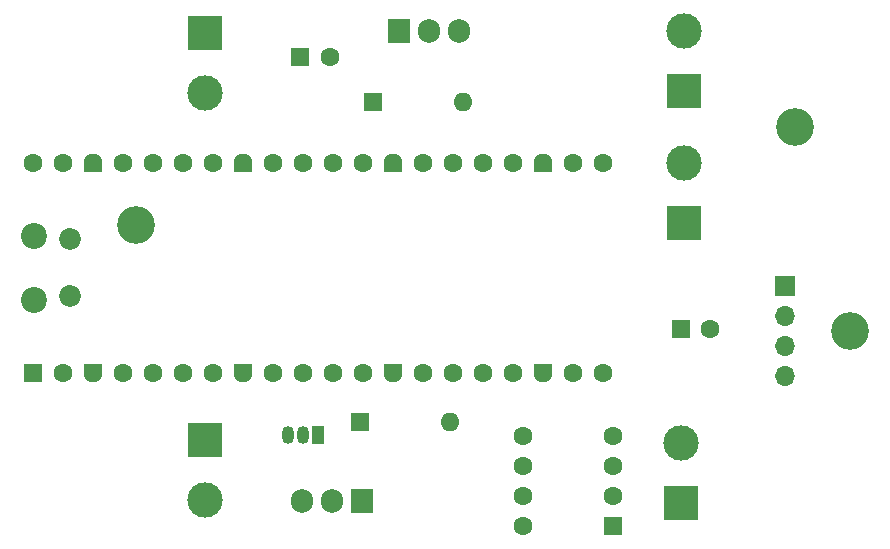
<source format=gbr>
%TF.GenerationSoftware,KiCad,Pcbnew,9.0.0*%
%TF.CreationDate,2025-03-14T14:41:01+01:00*%
%TF.ProjectId,LEDstripDrv2.0,4c454473-7472-4697-9044-7276322e302e,rev?*%
%TF.SameCoordinates,Original*%
%TF.FileFunction,Soldermask,Bot*%
%TF.FilePolarity,Negative*%
%FSLAX46Y46*%
G04 Gerber Fmt 4.6, Leading zero omitted, Abs format (unit mm)*
G04 Created by KiCad (PCBNEW 9.0.0) date 2025-03-14 14:41:01*
%MOMM*%
%LPD*%
G01*
G04 APERTURE LIST*
G04 Aperture macros list*
%AMRoundRect*
0 Rectangle with rounded corners*
0 $1 Rounding radius*
0 $2 $3 $4 $5 $6 $7 $8 $9 X,Y pos of 4 corners*
0 Add a 4 corners polygon primitive as box body*
4,1,4,$2,$3,$4,$5,$6,$7,$8,$9,$2,$3,0*
0 Add four circle primitives for the rounded corners*
1,1,$1+$1,$2,$3*
1,1,$1+$1,$4,$5*
1,1,$1+$1,$6,$7*
1,1,$1+$1,$8,$9*
0 Add four rect primitives between the rounded corners*
20,1,$1+$1,$2,$3,$4,$5,0*
20,1,$1+$1,$4,$5,$6,$7,0*
20,1,$1+$1,$6,$7,$8,$9,0*
20,1,$1+$1,$8,$9,$2,$3,0*%
%AMFreePoly0*
4,1,37,0.603843,0.796157,0.639018,0.796157,0.711114,0.766294,0.766294,0.711114,0.796157,0.639018,0.796157,0.603843,0.800000,0.600000,0.800000,-0.600000,0.796157,-0.603843,0.796157,-0.639018,0.766294,-0.711114,0.711114,-0.766294,0.639018,-0.796157,0.603843,-0.796157,0.600000,-0.800000,0.000000,-0.800000,0.000000,-0.796148,-0.078414,-0.796148,-0.232228,-0.765552,-0.377117,-0.705537,
-0.507515,-0.618408,-0.618408,-0.507515,-0.705537,-0.377117,-0.765552,-0.232228,-0.796148,-0.078414,-0.796148,0.078414,-0.765552,0.232228,-0.705537,0.377117,-0.618408,0.507515,-0.507515,0.618408,-0.377117,0.705537,-0.232228,0.765552,-0.078414,0.796148,0.000000,0.796148,0.000000,0.800000,0.600000,0.800000,0.603843,0.796157,0.603843,0.796157,$1*%
%AMFreePoly1*
4,1,37,0.000000,0.796148,0.078414,0.796148,0.232228,0.765552,0.377117,0.705537,0.507515,0.618408,0.618408,0.507515,0.705537,0.377117,0.765552,0.232228,0.796148,0.078414,0.796148,-0.078414,0.765552,-0.232228,0.705537,-0.377117,0.618408,-0.507515,0.507515,-0.618408,0.377117,-0.705537,0.232228,-0.765552,0.078414,-0.796148,0.000000,-0.796148,0.000000,-0.800000,-0.600000,-0.800000,
-0.603843,-0.796157,-0.639018,-0.796157,-0.711114,-0.766294,-0.766294,-0.711114,-0.796157,-0.639018,-0.796157,-0.603843,-0.800000,-0.600000,-0.800000,0.600000,-0.796157,0.603843,-0.796157,0.639018,-0.766294,0.711114,-0.711114,0.766294,-0.639018,0.796157,-0.603843,0.796157,-0.600000,0.800000,0.000000,0.800000,0.000000,0.796148,0.000000,0.796148,$1*%
G04 Aperture macros list end*
%ADD10C,3.200000*%
%ADD11R,1.600000X1.600000*%
%ADD12C,1.600000*%
%ADD13R,1.050000X1.500000*%
%ADD14O,1.050000X1.500000*%
%ADD15O,1.600000X1.600000*%
%ADD16R,1.905000X2.000000*%
%ADD17O,1.905000X2.000000*%
%ADD18R,3.000000X3.000000*%
%ADD19C,3.000000*%
%ADD20RoundRect,0.250000X0.550000X0.550000X-0.550000X0.550000X-0.550000X-0.550000X0.550000X-0.550000X0*%
%ADD21C,2.200000*%
%ADD22C,1.850000*%
%ADD23RoundRect,0.200000X0.600000X-0.600000X0.600000X0.600000X-0.600000X0.600000X-0.600000X-0.600000X0*%
%ADD24FreePoly0,90.000000*%
%ADD25FreePoly1,90.000000*%
%ADD26R,1.700000X1.700000*%
%ADD27O,1.700000X1.700000*%
G04 APERTURE END LIST*
D10*
%TO.C,REF\u002A\u002A*%
X178600000Y-100900000D03*
%TD*%
%TO.C,REF\u002A\u002A*%
X118100000Y-91900000D03*
%TD*%
%TO.C,REF\u002A\u002A*%
X173900000Y-83600000D03*
%TD*%
D11*
%TO.C,C2*%
X164238606Y-100700000D03*
D12*
X166738606Y-100700000D03*
%TD*%
D13*
%TO.C,U3*%
X133570000Y-109700000D03*
D14*
X132300000Y-109700000D03*
X131030000Y-109700000D03*
%TD*%
D11*
%TO.C,D3*%
X138190000Y-81500000D03*
D15*
X145810000Y-81500000D03*
%TD*%
D11*
%TO.C,D1*%
X137090000Y-108600000D03*
D15*
X144710000Y-108600000D03*
%TD*%
D16*
%TO.C,Q2*%
X137240000Y-115255000D03*
D17*
X134700000Y-115255000D03*
X132160000Y-115255000D03*
%TD*%
D18*
%TO.C,J4*%
X164300000Y-115440000D03*
D19*
X164300000Y-110360000D03*
%TD*%
D11*
%TO.C,C1*%
X132038606Y-77700000D03*
D12*
X134538606Y-77700000D03*
%TD*%
D20*
%TO.C,U5*%
X158505000Y-117410000D03*
D12*
X158505000Y-114870000D03*
X158505000Y-112330000D03*
X158505000Y-109790000D03*
X150885000Y-109790000D03*
X150885000Y-112330000D03*
X150885000Y-114870000D03*
X150885000Y-117410000D03*
%TD*%
D16*
%TO.C,Q1*%
X140360000Y-75445000D03*
D17*
X142900000Y-75445000D03*
X145440000Y-75445000D03*
%TD*%
D21*
%TO.C,A1*%
X109500000Y-98225000D03*
D22*
X112530000Y-97925000D03*
X112530000Y-93075000D03*
D21*
X109500000Y-92775000D03*
D23*
X109370000Y-104390000D03*
D12*
X111910000Y-104390000D03*
D24*
X114450000Y-104390000D03*
D12*
X116990000Y-104390000D03*
X119530000Y-104390000D03*
X122070000Y-104390000D03*
X124610000Y-104390000D03*
D24*
X127150000Y-104390000D03*
D12*
X129690000Y-104390000D03*
X132230000Y-104390000D03*
X134770000Y-104390000D03*
X137310000Y-104390000D03*
D24*
X139850000Y-104390000D03*
D12*
X142390000Y-104390000D03*
X144930000Y-104390000D03*
X147470000Y-104390000D03*
X150010000Y-104390000D03*
D24*
X152550000Y-104390000D03*
D12*
X155090000Y-104390000D03*
X157630000Y-104390000D03*
X157630000Y-86610000D03*
X155090000Y-86610000D03*
D25*
X152550000Y-86610000D03*
D12*
X150010000Y-86610000D03*
X147470000Y-86610000D03*
X144930000Y-86610000D03*
X142390000Y-86610000D03*
D25*
X139850000Y-86610000D03*
D12*
X137310000Y-86610000D03*
X134770000Y-86610000D03*
X132230000Y-86610000D03*
X129690000Y-86610000D03*
D25*
X127150000Y-86610000D03*
D12*
X124610000Y-86610000D03*
X122070000Y-86610000D03*
X119530000Y-86610000D03*
X116990000Y-86610000D03*
D25*
X114450000Y-86610000D03*
D12*
X111910000Y-86610000D03*
X109370000Y-86610000D03*
%TD*%
D26*
%TO.C,J3*%
X173100000Y-97080000D03*
D27*
X173100000Y-99620000D03*
X173100000Y-102160000D03*
X173100000Y-104700000D03*
%TD*%
D18*
%TO.C,J1*%
X124000000Y-75660000D03*
D19*
X124000000Y-80740000D03*
%TD*%
D18*
%TO.C,J5*%
X164500000Y-91740000D03*
D19*
X164500000Y-86660000D03*
%TD*%
D18*
%TO.C,J6*%
X164500000Y-80540000D03*
D19*
X164500000Y-75460000D03*
%TD*%
D18*
%TO.C,J2*%
X124000000Y-110060000D03*
D19*
X124000000Y-115140000D03*
%TD*%
M02*

</source>
